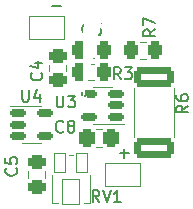
<source format=gto>
G04 #@! TF.GenerationSoftware,KiCad,Pcbnew,(6.0.1)*
G04 #@! TF.CreationDate,2022-03-12T10:23:07+01:00*
G04 #@! TF.ProjectId,Linterna_MT340L_V2,4c696e74-6572-46e6-915f-4d543334304c,rev?*
G04 #@! TF.SameCoordinates,Original*
G04 #@! TF.FileFunction,Legend,Top*
G04 #@! TF.FilePolarity,Positive*
%FSLAX46Y46*%
G04 Gerber Fmt 4.6, Leading zero omitted, Abs format (unit mm)*
G04 Created by KiCad (PCBNEW (6.0.1)) date 2022-03-12 10:23:07*
%MOMM*%
%LPD*%
G01*
G04 APERTURE LIST*
G04 Aperture macros list*
%AMRoundRect*
0 Rectangle with rounded corners*
0 $1 Rounding radius*
0 $2 $3 $4 $5 $6 $7 $8 $9 X,Y pos of 4 corners*
0 Add a 4 corners polygon primitive as box body*
4,1,4,$2,$3,$4,$5,$6,$7,$8,$9,$2,$3,0*
0 Add four circle primitives for the rounded corners*
1,1,$1+$1,$2,$3*
1,1,$1+$1,$4,$5*
1,1,$1+$1,$6,$7*
1,1,$1+$1,$8,$9*
0 Add four rect primitives between the rounded corners*
20,1,$1+$1,$2,$3,$4,$5,0*
20,1,$1+$1,$4,$5,$6,$7,0*
20,1,$1+$1,$6,$7,$8,$9,0*
20,1,$1+$1,$8,$9,$2,$3,0*%
%AMFreePoly0*
4,1,329,0.087056,12.269672,0.769045,12.245857,0.771832,12.245681,1.451428,12.183833,1.454200,12.183503,2.129285,12.083815,2.132035,12.083330,2.800502,11.946113,2.803220,11.945475,3.462985,11.771158,3.465664,11.770370,4.114669,11.559495,4.117299,11.558558,4.753521,11.311784,4.756095,11.310702,5.377550,11.028797,5.380060,11.027573,5.984810,10.711418,5.987247,10.710056,6.573405,10.360635,
6.575763,10.359139,7.141503,9.977543,7.143773,9.975918,7.687329,9.563337,7.689505,9.561587,8.209182,9.119307,8.211257,9.117439,8.705435,8.646839,8.707402,8.644857,9.174541,8.147405,9.176395,8.145317,9.615036,7.622565,9.616771,7.620377,10.025548,7.073954,10.027157,7.071673,10.404794,6.503283,10.406274,6.500915,10.751594,5.912332,10.752939,5.909885,11.064864,5.302943,
11.066070,5.300425,11.343630,4.677017,11.344694,4.674435,11.587020,4.036505,11.587939,4.033869,11.794278,3.383407,11.795047,3.380722,11.964754,2.719757,11.965373,2.717035,12.097920,2.047626,12.098385,2.044873,12.193357,1.369109,12.193669,1.366334,12.250771,0.686323,12.250927,0.683535,12.269981,0.001396,12.269995,-0.000698,12.265231,-0.341900,12.265158,-0.343993,12.227065,-1.025334,
12.226831,-1.028116,12.150764,-1.706268,12.150376,-1.709033,12.036572,-2.381882,12.036029,-2.384621,11.884843,-3.050067,11.884149,-3.052772,11.696053,-3.708742,11.695209,-3.711403,11.470789,-4.355850,11.469797,-4.358461,11.209752,-4.989376,11.208617,-4.991926,10.913760,-5.607341,10.912483,-5.609825,10.583732,-6.207821,10.582319,-6.210229,10.220700,-6.788941,10.219155,-6.791267,9.825794,-7.348890,
9.824122,-7.351125,9.400248,-7.885922,9.398453,-7.888061,8.945387,-8.398362,8.943476,-8.400398,8.462630,-8.884612,8.460608,-8.886537,7.953482,-9.343155,7.951355,-9.344965,7.419531,-9.772563,7.417307,-9.774251,6.862443,-10.171494,6.860128,-10.173055,6.283955,-10.538706,6.281557,-10.540136,5.685871,-10.873054,5.683397,-10.874348,5.070055,-11.173494,5.067512,-11.174647,4.438428,-11.439090,
4.435825,-11.440100,3.792961,-11.669014,3.790305,-11.669877,3.135664,-11.862548,3.132965,-11.863261,2.468590,-12.019089,2.465854,-12.019650,1.793817,-12.138148,1.791055,-12.138556,1.113450,-12.219355,1.110670,-12.219608,0.429612,-12.262457,0.426821,-12.262555,-0.255567,-12.267319,-0.258358,-12.267260,-0.939949,-12.233925,-0.942733,-12.233711,-1.621399,-12.162380,-1.624167,-12.162011,-2.297794,-12.052907,
-2.300537,-12.052384,-2.967023,-11.905848,-2.969732,-11.905172,-3.626998,-11.721660,-3.629665,-11.720834,-4.275663,-11.500918,-4.278280,-11.499945,-4.910995,-11.244312,-4.913554,-11.243194,-5.531013,-10.952640,-5.533505,-10.951381,-6.133781,-10.626812,-6.136199,-10.625416,-6.717422,-10.267846,-6.719759,-10.266317,-7.280115,-9.876859,-7.282362,-9.875203,-7.820104,-9.455073,-7.822255,-9.453293,-8.335707,-9.003800,
-8.337756,-9.001903,-8.825315,-8.524449,-8.827255,-8.522440,-9.287403,-8.018515,-9.289227,-8.016401,-9.720526,-7.487575,-9.722230,-7.485363,-10.123338,-6.933286,-10.124915,-6.930982,-10.494579,-6.357375,-10.496026,-6.354987,-10.833095,-5.761639,-10.834406,-5.759174,-11.137827,-5.147936,-11.138998,-5.145401,-11.407826,-4.518179,-11.408854,-4.515583,-11.642250,-3.874332,-11.643131,-3.871683,-11.840368,-3.218404,
-11.841100,-3.215709,-12.001562,-2.552438,-12.002143,-2.549707,-12.125330,-1.878513,-12.125757,-1.875754,-12.211285,-1.198730,-12.211557,-1.195951,-12.259159,-0.515208,-12.259276,-0.512418,-12.263480,-0.211349,-12.263505,-0.209528,-9.232568,-0.209528,-9.199804,-0.804872,-9.128687,-1.396880,-9.019515,-1.983065,-8.872739,-2.561000,-8.688986,-3.128216,-8.468994,-3.682439,-8.213717,-4.221262,-7.924181,-4.742527,
-7.601618,-5.244006,-7.247368,-5.723622,-6.862902,-6.179383,-6.449817,-6.609392,-6.009867,-7.011827,-5.544858,-7.385035,-5.056704,-7.727480,-4.547513,-8.037682,-4.019331,-8.314396,-3.474416,-8.556438,-2.915002,-8.762817,-2.343436,-8.932665,-1.762111,-9.065273,-1.173432,-9.160091,-0.579871,-9.216721,0.016124,-9.234931,0.612035,-9.214642,1.205398,-9.155939,1.793742,-9.059067,2.374605,-8.924430,
2.945574,-8.752588,3.504261,-8.544258,4.048328,-8.300316,4.575540,-8.021760,5.083660,-7.709774,5.570589,-7.365647,6.034306,-6.990805,6.472857,-6.586830,6.884431,-6.155390,7.267305,-5.698289,7.619874,-5.217445,7.940690,-4.714832,8.228396,-4.192579,8.481801,-3.652843,8.699848,-3.097879,8.881630,-2.529991,9.026382,-1.951571,9.133506,-1.365024,9.202556,-0.772758,9.233272,-0.176722,
9.234963,-0.000561,9.215696,0.595947,9.158028,1.189424,9.062182,1.777937,8.928563,2.359018,8.757715,2.930298,8.550364,3.489342,8.307368,4.033839,8.029742,4.561519,7.718630,5.070203,7.375360,5.557722,7.001326,6.022096,6.598117,6.461351,6.167396,6.873677,5.710973,7.257340,5.230721,7.610766,4.728687,7.932448,4.206936,8.221064,3.667642,8.475412,3.113050,8.694431,
2.545499,8.877198,1.967329,9.022961,1.380939,9.131112,0.788824,9.201194,0.193409,9.232920,-0.402826,9.226155,-0.997373,9.180929,-1.587756,9.097431,-2.171522,8.976007,-2.746241,8.817163,-3.309509,8.621564,-3.858979,8.390023,-4.392356,8.123509,-4.907447,7.823117,-5.402043,7.490136,-5.874153,7.125906,-6.321758,6.731983,-6.743006,6.309999,-7.136149,5.861705,-7.499547,5.388970,
-7.831677,4.893777,-8.131162,4.378175,-8.396744,3.844333,-8.627325,3.294459,-8.821946,2.730838,-8.979782,2.155860,-9.100190,1.571866,-9.182655,0.981358,-9.226845,0.386717,-9.232568,-0.209528,-12.263505,-0.209528,-12.268804,0.169920,-12.268765,0.172712,-12.240189,0.854518,-12.239994,0.857303,-12.173403,1.536451,-12.173053,1.539221,-12.068654,2.213593,-12.068150,2.216340,-11.926270,2.883833,
-11.925614,2.886546,-11.746695,3.545078,-11.745888,3.547751,-11.530488,4.195268,-11.529533,4.197892,-11.278323,4.832376,-11.277223,4.834943,-10.990987,5.454415,-10.989745,5.456916,-10.669375,6.059444,-10.667996,6.061871,-10.314492,6.645575,-10.312980,6.647922,-9.927444,7.210984,-9.925802,7.213243,-9.509436,7.753905,-9.507672,7.756069,-9.061774,8.272646,-9.059891,8.274708,-8.585853,8.765589,
-8.583858,8.767543,-8.083157,9.231197,-8.081056,9.233036,-7.555254,9.668017,-7.553054,9.669736,-7.003791,10.074688,-7.001498,10.076281,-6.430486,10.449941,-6.428108,10.451404,-5.837128,10.792607,-5.834672,10.793935,-5.225567,11.101616,-5.223040,11.102805,-4.597710,11.376005,-4.595122,11.377051,-3.955516,11.614918,-3.952872,11.615818,-3.300985,11.817611,-3.298296,11.818362,-2.636162,11.983450,
-2.633435,11.984049,-1.963117,12.111919,-1.960361,12.112366,-1.283951,12.202619,-1.281174,12.202911,-0.600780,12.255264,-0.597991,12.255400,0.084264,12.269691,0.087056,12.269672,0.087056,12.269672,$1*%
G04 Aperture macros list end*
%ADD10C,0.150000*%
%ADD11C,0.120000*%
%ADD12RoundRect,0.300000X-0.325000X-0.450000X0.325000X-0.450000X0.325000X0.450000X-0.325000X0.450000X0*%
%ADD13RoundRect,0.050000X0.469900X0.774700X-0.469900X0.774700X-0.469900X-0.774700X0.469900X-0.774700X0*%
%ADD14RoundRect,0.050000X0.749300X1.066800X-0.749300X1.066800X-0.749300X-1.066800X0.749300X-1.066800X0*%
%ADD15RoundRect,0.299999X-1.425001X0.512501X-1.425001X-0.512501X1.425001X-0.512501X1.425001X0.512501X0*%
%ADD16RoundRect,0.050000X1.500000X-1.000000X1.500000X1.000000X-1.500000X1.000000X-1.500000X-1.000000X0*%
%ADD17RoundRect,0.300000X0.325000X0.450000X-0.325000X0.450000X-0.325000X-0.450000X0.325000X-0.450000X0*%
%ADD18RoundRect,0.200000X0.512500X0.150000X-0.512500X0.150000X-0.512500X-0.150000X0.512500X-0.150000X0*%
%ADD19RoundRect,0.300000X-0.450000X0.325000X-0.450000X-0.325000X0.450000X-0.325000X0.450000X0.325000X0*%
%ADD20RoundRect,0.200000X-0.512500X-0.150000X0.512500X-0.150000X0.512500X0.150000X-0.512500X0.150000X0*%
%ADD21C,1.624000*%
%ADD22FreePoly0,0.000000*%
%ADD23C,5.040000*%
%ADD24RoundRect,0.300000X0.337500X0.475000X-0.337500X0.475000X-0.337500X-0.475000X0.337500X-0.475000X0*%
%ADD25O,1.243000X0.957250*%
G04 APERTURE END LIST*
D10*
X150608333Y-94332142D02*
X150560714Y-94379761D01*
X150417857Y-94427380D01*
X150322619Y-94427380D01*
X150179761Y-94379761D01*
X150084523Y-94284523D01*
X150036904Y-94189285D01*
X149989285Y-93998809D01*
X149989285Y-93855952D01*
X150036904Y-93665476D01*
X150084523Y-93570238D01*
X150179761Y-93475000D01*
X150322619Y-93427380D01*
X150417857Y-93427380D01*
X150560714Y-93475000D01*
X150608333Y-93522619D01*
X150941666Y-93427380D02*
X151560714Y-93427380D01*
X151227380Y-93808333D01*
X151370238Y-93808333D01*
X151465476Y-93855952D01*
X151513095Y-93903571D01*
X151560714Y-93998809D01*
X151560714Y-94236904D01*
X151513095Y-94332142D01*
X151465476Y-94379761D01*
X151370238Y-94427380D01*
X151084523Y-94427380D01*
X150989285Y-94379761D01*
X150941666Y-94332142D01*
X151429761Y-108552380D02*
X151096428Y-108076190D01*
X150858333Y-108552380D02*
X150858333Y-107552380D01*
X151239285Y-107552380D01*
X151334523Y-107600000D01*
X151382142Y-107647619D01*
X151429761Y-107742857D01*
X151429761Y-107885714D01*
X151382142Y-107980952D01*
X151334523Y-108028571D01*
X151239285Y-108076190D01*
X150858333Y-108076190D01*
X151715476Y-107552380D02*
X152048809Y-108552380D01*
X152382142Y-107552380D01*
X153239285Y-108552380D02*
X152667857Y-108552380D01*
X152953571Y-108552380D02*
X152953571Y-107552380D01*
X152858333Y-107695238D01*
X152763095Y-107790476D01*
X152667857Y-107838095D01*
X158927380Y-100391666D02*
X158451190Y-100725000D01*
X158927380Y-100963095D02*
X157927380Y-100963095D01*
X157927380Y-100582142D01*
X157975000Y-100486904D01*
X158022619Y-100439285D01*
X158117857Y-100391666D01*
X158260714Y-100391666D01*
X158355952Y-100439285D01*
X158403571Y-100486904D01*
X158451190Y-100582142D01*
X158451190Y-100963095D01*
X157927380Y-99534523D02*
X157927380Y-99725000D01*
X157975000Y-99820238D01*
X158022619Y-99867857D01*
X158165476Y-99963095D01*
X158355952Y-100010714D01*
X158736904Y-100010714D01*
X158832142Y-99963095D01*
X158879761Y-99915476D01*
X158927380Y-99820238D01*
X158927380Y-99629761D01*
X158879761Y-99534523D01*
X158832142Y-99486904D01*
X158736904Y-99439285D01*
X158498809Y-99439285D01*
X158403571Y-99486904D01*
X158355952Y-99534523D01*
X158308333Y-99629761D01*
X158308333Y-99820238D01*
X158355952Y-99915476D01*
X158403571Y-99963095D01*
X158498809Y-100010714D01*
X147419047Y-91971428D02*
X148180952Y-91971428D01*
X153233333Y-98152380D02*
X152900000Y-97676190D01*
X152661904Y-98152380D02*
X152661904Y-97152380D01*
X153042857Y-97152380D01*
X153138095Y-97200000D01*
X153185714Y-97247619D01*
X153233333Y-97342857D01*
X153233333Y-97485714D01*
X153185714Y-97580952D01*
X153138095Y-97628571D01*
X153042857Y-97676190D01*
X152661904Y-97676190D01*
X153566666Y-97152380D02*
X154185714Y-97152380D01*
X153852380Y-97533333D01*
X153995238Y-97533333D01*
X154090476Y-97580952D01*
X154138095Y-97628571D01*
X154185714Y-97723809D01*
X154185714Y-97961904D01*
X154138095Y-98057142D01*
X154090476Y-98104761D01*
X153995238Y-98152380D01*
X153709523Y-98152380D01*
X153614285Y-98104761D01*
X153566666Y-98057142D01*
X156152380Y-93941666D02*
X155676190Y-94275000D01*
X156152380Y-94513095D02*
X155152380Y-94513095D01*
X155152380Y-94132142D01*
X155200000Y-94036904D01*
X155247619Y-93989285D01*
X155342857Y-93941666D01*
X155485714Y-93941666D01*
X155580952Y-93989285D01*
X155628571Y-94036904D01*
X155676190Y-94132142D01*
X155676190Y-94513095D01*
X155152380Y-93608333D02*
X155152380Y-92941666D01*
X156152380Y-93370238D01*
X147813095Y-99552380D02*
X147813095Y-100361904D01*
X147860714Y-100457142D01*
X147908333Y-100504761D01*
X148003571Y-100552380D01*
X148194047Y-100552380D01*
X148289285Y-100504761D01*
X148336904Y-100457142D01*
X148384523Y-100361904D01*
X148384523Y-99552380D01*
X148765476Y-99552380D02*
X149384523Y-99552380D01*
X149051190Y-99933333D01*
X149194047Y-99933333D01*
X149289285Y-99980952D01*
X149336904Y-100028571D01*
X149384523Y-100123809D01*
X149384523Y-100361904D01*
X149336904Y-100457142D01*
X149289285Y-100504761D01*
X149194047Y-100552380D01*
X148908333Y-100552380D01*
X148813095Y-100504761D01*
X148765476Y-100457142D01*
X153169047Y-104421428D02*
X153930952Y-104421428D01*
X153550000Y-104802380D02*
X153550000Y-104040476D01*
X146507142Y-97616666D02*
X146554761Y-97664285D01*
X146602380Y-97807142D01*
X146602380Y-97902380D01*
X146554761Y-98045238D01*
X146459523Y-98140476D01*
X146364285Y-98188095D01*
X146173809Y-98235714D01*
X146030952Y-98235714D01*
X145840476Y-98188095D01*
X145745238Y-98140476D01*
X145650000Y-98045238D01*
X145602380Y-97902380D01*
X145602380Y-97807142D01*
X145650000Y-97664285D01*
X145697619Y-97616666D01*
X145935714Y-96759523D02*
X146602380Y-96759523D01*
X145554761Y-96997619D02*
X146269047Y-97235714D01*
X146269047Y-96616666D01*
X144382142Y-105691666D02*
X144429761Y-105739285D01*
X144477380Y-105882142D01*
X144477380Y-105977380D01*
X144429761Y-106120238D01*
X144334523Y-106215476D01*
X144239285Y-106263095D01*
X144048809Y-106310714D01*
X143905952Y-106310714D01*
X143715476Y-106263095D01*
X143620238Y-106215476D01*
X143525000Y-106120238D01*
X143477380Y-105977380D01*
X143477380Y-105882142D01*
X143525000Y-105739285D01*
X143572619Y-105691666D01*
X143477380Y-104786904D02*
X143477380Y-105263095D01*
X143953571Y-105310714D01*
X143905952Y-105263095D01*
X143858333Y-105167857D01*
X143858333Y-104929761D01*
X143905952Y-104834523D01*
X143953571Y-104786904D01*
X144048809Y-104739285D01*
X144286904Y-104739285D01*
X144382142Y-104786904D01*
X144429761Y-104834523D01*
X144477380Y-104929761D01*
X144477380Y-105167857D01*
X144429761Y-105263095D01*
X144382142Y-105310714D01*
X144888095Y-99052380D02*
X144888095Y-99861904D01*
X144935714Y-99957142D01*
X144983333Y-100004761D01*
X145078571Y-100052380D01*
X145269047Y-100052380D01*
X145364285Y-100004761D01*
X145411904Y-99957142D01*
X145459523Y-99861904D01*
X145459523Y-99052380D01*
X146364285Y-99385714D02*
X146364285Y-100052380D01*
X146126190Y-99004761D02*
X145888095Y-99719047D01*
X146507142Y-99719047D01*
X148358333Y-102582142D02*
X148310714Y-102629761D01*
X148167857Y-102677380D01*
X148072619Y-102677380D01*
X147929761Y-102629761D01*
X147834523Y-102534523D01*
X147786904Y-102439285D01*
X147739285Y-102248809D01*
X147739285Y-102105952D01*
X147786904Y-101915476D01*
X147834523Y-101820238D01*
X147929761Y-101725000D01*
X148072619Y-101677380D01*
X148167857Y-101677380D01*
X148310714Y-101725000D01*
X148358333Y-101772619D01*
X148929761Y-102105952D02*
X148834523Y-102058333D01*
X148786904Y-102010714D01*
X148739285Y-101915476D01*
X148739285Y-101867857D01*
X148786904Y-101772619D01*
X148834523Y-101725000D01*
X148929761Y-101677380D01*
X149120238Y-101677380D01*
X149215476Y-101725000D01*
X149263095Y-101772619D01*
X149310714Y-101867857D01*
X149310714Y-101915476D01*
X149263095Y-102010714D01*
X149215476Y-102058333D01*
X149120238Y-102105952D01*
X148929761Y-102105952D01*
X148834523Y-102153571D01*
X148786904Y-102201190D01*
X148739285Y-102296428D01*
X148739285Y-102486904D01*
X148786904Y-102582142D01*
X148834523Y-102629761D01*
X148929761Y-102677380D01*
X149120238Y-102677380D01*
X149215476Y-102629761D01*
X149263095Y-102582142D01*
X149310714Y-102486904D01*
X149310714Y-102296428D01*
X149263095Y-102201190D01*
X149215476Y-102153571D01*
X149120238Y-102105952D01*
D11*
X150488748Y-94940000D02*
X151011252Y-94940000D01*
X150488748Y-96360000D02*
X151011252Y-96360000D01*
X147399400Y-108664800D02*
X147399400Y-106284740D01*
X147399400Y-108664800D02*
X147942960Y-108664800D01*
X150650600Y-108664800D02*
X150650600Y-106284740D01*
X149172360Y-104600800D02*
X148877640Y-104600800D01*
X150107040Y-108664800D02*
X150650600Y-108664800D01*
X154340000Y-98922936D02*
X154340000Y-103027064D01*
X157760000Y-98922936D02*
X157760000Y-103027064D01*
X150488748Y-98260000D02*
X151011252Y-98260000D01*
X150488748Y-96840000D02*
X151011252Y-96840000D01*
X155386252Y-95015000D02*
X154863748Y-95015000D01*
X155386252Y-96435000D02*
X154863748Y-96435000D01*
X151725000Y-98815000D02*
X152525000Y-98815000D01*
X151725000Y-101935000D02*
X150925000Y-101935000D01*
X151725000Y-101935000D02*
X153525000Y-101935000D01*
X151725000Y-98815000D02*
X150925000Y-98815000D01*
X147190000Y-96913748D02*
X147190000Y-97436252D01*
X148610000Y-96913748D02*
X148610000Y-97436252D01*
X146835000Y-105963748D02*
X146835000Y-106486252D01*
X145415000Y-105963748D02*
X145415000Y-106486252D01*
X145650000Y-100440000D02*
X146450000Y-100440000D01*
X145650000Y-103560000D02*
X146450000Y-103560000D01*
X145650000Y-103560000D02*
X144850000Y-103560000D01*
X145650000Y-100440000D02*
X143850000Y-100440000D01*
X151661252Y-103860000D02*
X151138748Y-103860000D01*
X151661252Y-102390000D02*
X151138748Y-102390000D01*
%LPC*%
D12*
X149725000Y-95650000D03*
X151775000Y-95650000D03*
D13*
X149975000Y-105248500D03*
D14*
X149025000Y-107725000D03*
D13*
X148075000Y-105248500D03*
D15*
X156050000Y-97987500D03*
X156050000Y-103962500D03*
D16*
X146975000Y-93825000D03*
D12*
X149725000Y-97550000D03*
X151775000Y-97550000D03*
D17*
X156150000Y-95725000D03*
X154100000Y-95725000D03*
D18*
X152862500Y-101325000D03*
X152862500Y-100375000D03*
X152862500Y-99425000D03*
X150587500Y-99425000D03*
X150587500Y-101325000D03*
D16*
X153425000Y-106250000D03*
D19*
X147900000Y-96150000D03*
X147900000Y-98200000D03*
X146125000Y-105200000D03*
X146125000Y-107250000D03*
D20*
X144512500Y-101050000D03*
X144512500Y-102000000D03*
X144512500Y-102950000D03*
X146787500Y-102950000D03*
X146787500Y-101050000D03*
D21*
X143142000Y-108128000D03*
X156096000Y-91364000D03*
X139250000Y-100000000D03*
X142634000Y-92126000D03*
D22*
X150000000Y-100000000D03*
D21*
X160750000Y-100000000D03*
D23*
X150000000Y-88250000D03*
D21*
X157620000Y-107366000D03*
D23*
X150000000Y-111750000D03*
D24*
X152437500Y-103125000D03*
X150362500Y-103125000D03*
D25*
X142400000Y-98700000D03*
X142400000Y-99970000D03*
X142400000Y-101240000D03*
M02*

</source>
